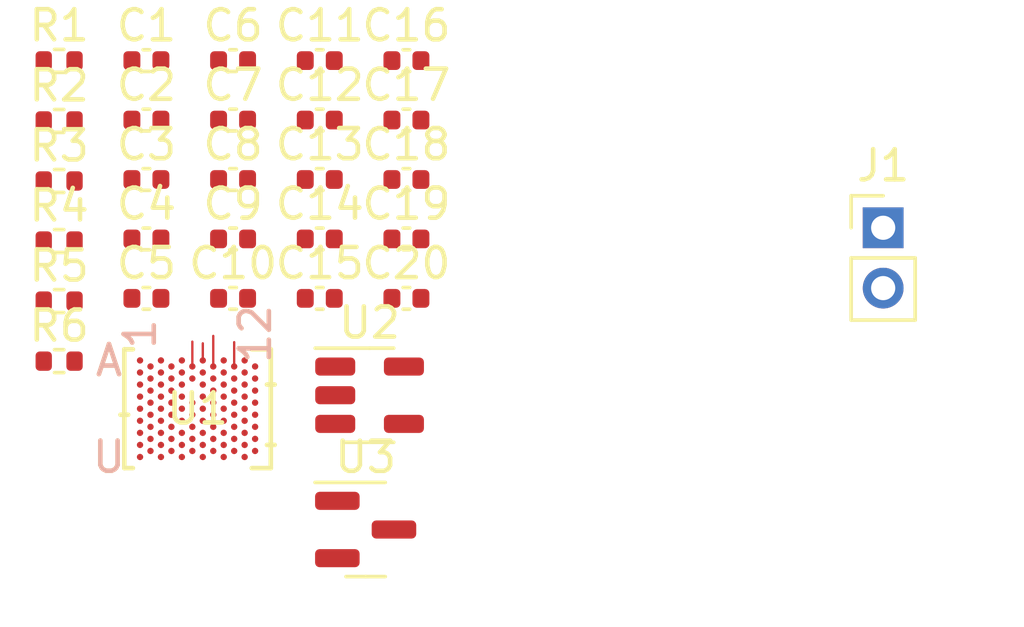
<source format=kicad_pcb>
(kicad_pcb (version 20221018) (generator pcbnew)
  (layers (0 "F.Cu" signal) (31 "B.Cu" signal) (34 "B.Paste" user) (35 "F.Paste" user) (36 "B.SilkS" user "B.Silkscreen") (37 "F.SilkS" user "F.Silkscreen") (38 "B.Mask" user) (39 "F.Mask" user) (44 "Edge.Cuts" user))
  (net 0 "")
  (net 1 "GND")
  (net 2 "+1V2")
  (net 3 "+3V3")
  (net 4 "Net-(U1B-VREFC)")
  (net 5 "Net-(U1B-FLLVDD)")
  (net 6 "/CS47L35 core/MIC_VDD")
  (net 7 "Net-(U1B-CP1C1A)")
  (net 8 "Net-(U1B-CP1C1B)")
  (net 9 "Net-(U1B-CP1C2A)")
  (net 10 "Net-(U1B-CP1C2B)")
  (net 11 "Net-(U1B-CP2CA)")
  (net 12 "Net-(U1B-CP2CB)")
  (net 13 "Net-(U1B-CP1VOUT1N)")
  (net 14 "Net-(U1B-CP1VOUT2N)")
  (net 15 "Net-(U1B-CP2VOUT)")
  (net 16 "Net-(U1B-CP1VOUT1P)")
  (net 17 "Net-(U1B-CP1VOUT2P)")
  (net 18 "Net-(U1B-AVDD1)")
  (net 19 "+1V8")
  (net 20 "/CS47L35 core/CIF2SDA")
  (net 21 "/CS47L35 core/CIF2SCLK")
  (net 22 "/~{IRQ}")
  (net 23 "Net-(U1A-MIF1SCLK{slash}GPIO16)")
  (net 24 "Net-(U1A-MIF1SDA{slash}GPIO07)")
  (net 25 "/CS47L35 core/MICBIAS1A")
  (net 26 "/CS47L35 core/MICBIAS1B")
  (net 27 "/CS47L35 core/EPOUTP")
  (net 28 "/CS47L35 core/HP_OUT_L")
  (net 29 "/CS47L35 core/MICBIAS2A")
  (net 30 "/CS47L35 core/HP_OUT_R")
  (net 31 "/CS47L35 core/IN1ARN{slash}DMICDAT1")
  (net 32 "/CS47L35 core/MICBIAS2B")
  (net 33 "/CS47L35 core/EPOUTN")
  (net 34 "/CS47L35 core/IN1ARP")
  (net 36 "/CS47L35 core/JACKDET1")
  (net 37 "/CS47L35 core/HP_OUT_B1")
  (net 38 "/CS47L35 core/IN2RN{slash}DMICDAT2")
  (net 39 "/CS47L35 core/IN1ALN{slash}DMICCLK")
  (net 40 "/CS47L35 core/HP_OUT_B2")
  (net 41 "/CS47L35 core/IN2RP")
  (net 42 "/CS47L35 core/GPSWP")
  (net 43 "/CS47L35 core/IN1BRP")
  (net 44 "/CS47L35 core/IN1ALP")
  (net 45 "/CS47L35 core/GPSWN")
  (net 46 "/CS47L35 core/IN1BRN")
  (net 47 "/CS47L35 core/IN2LN{slash}DMICCLK2")
  (net 49 "/~{RESET}")
  (net 50 "/CS47L35 core/JACKDET2")
  (net 51 "/CS47L35 core/IN1BLN")
  (net 54 "/CS47L35 core/IN2LP")
  (net 55 "/CS47L35 core/AIF2RXDAT")
  (net 56 "/CS47L35 core/JTAG_TDI")
  (net 57 "/CS47L35 core/~{CIF1SS}")
  (net 58 "/CS47L35 core/IN1BLP")
  (net 59 "/CS47L35 core/AIF2TXDAT")
  (net 60 "/CS47L35 core/JTAG_TDO")
  (net 61 "/CS47L35 core/CIF1MOSI")
  (net 62 "/CS47L35 core/CIF1SCLK")
  (net 63 "/CS47L35 core/SPKCLK")
  (net 64 "/CS47L35 core/AIF3TXDAT")
  (net 65 "/CS47L35 core/AIF2LRCLK")
  (net 66 "/CS47L35 core/JTAG_TRST")
  (net 67 "/CS47L35 core/CIF1MISO")
  (net 68 "/MCLK2")
  (net 69 "/CS47L35 core/SPKDAT")
  (net 70 "/CS47L35 core/AIF3LRCLK")
  (net 71 "/SLIMDAT")
  (net 72 "/CS47L35 core/SPKOUTN")
  (net 73 "/CS47L35 core/AIF3RXDAT")
  (net 74 "/CS47L35 core/AIF2BCLK")
  (net 75 "/CS47L35 core/AIF1RXDAT")
  (net 76 "/CS47L35 core/AIF3BCLK")
  (net 77 "/CS47L35 core/JTAG_TCK")
  (net 78 "/SLIMCLK")
  (net 79 "/CS47L35 core/AIF1LRCLK")
  (net 80 "/CS47L35 core/SPKOUTP")
  (net 81 "/MCLK1")
  (net 82 "/CS47L35 core/AIF1TXDAT")
  (net 83 "/CS47L35 core/AIF1BCLK")
  (net 85 "/I2C_0.CIF2SCLK")
  (net 86 "/I2C_0.CIF2SDA")
  (footprint "Package_TO_SOT_SMD:SOT-23-5" (layer "F.Cu") (at 63.7425 65.05)
    (fp_text reference "U2" (at 0 -2.4) (layer "F.SilkS"))
    (fp_text value "AP2127K-1.8TRG1")
    (fp_line (start 0 -1.56) (end -1.8 -1.56) (stroke (width 0.12)) (layer "F.SilkS"))
    (fp_line (start 0 -1.56) (end 0.8 -1.56) (stroke (width 0.12)) (layer "F.SilkS"))
    (fp_line (start 0 1.56) (end -0.8 1.56) (stroke (width 0.12)) (layer "F.SilkS"))
    (fp_line (start 0 1.56) (end 0.8 1.56) (stroke (width 0.12)) (layer "F.SilkS"))
    (pad "1" smd roundrect (at -1.1375 -0.95) (size 1.325 0.6) (layers "F.Cu" "F.Paste" "F.Mask") (net 3 "+3V3"))
    (pad "2" smd roundrect (at -1.1375 0) (size 1.325 0.6) (layers "F.Cu" "F.Paste" "F.Mask") (net 1 "GND"))
    (pad "3" smd roundrect (at -1.1375 0.95) (size 1.325 0.6) (layers "F.Cu" "F.Paste" "F.Mask") (net 3 "+3V3"))
    (pad "4" smd roundrect (at 1.1375 0.95) (size 1.325 0.6) (layers "F.Cu" "F.Paste" "F.Mask"))
    (pad "5" smd roundrect (at 1.1375 -0.95) (size 1.325 0.6) (layers "F.Cu" "F.Paste" "F.Mask") (net 19 "+1V8"))
  )
  (footprint "Capacitor_SMD:C_0402_1005Metric" (layer "F.Cu") (at 64.9625 55.93)
    (fp_text reference "C17" (at 0 -1.16) (layer "F.SilkS"))
    (fp_text value "100nf")
    (fp_line (start -0.107836 -0.36) (end 0.107836 -0.36) (stroke (width 0.12)) (layer "F.SilkS"))
    (fp_line (start -0.107836 0.36) (end 0.107836 0.36) (stroke (width 0.12)) (layer "F.SilkS"))
    (pad "1" smd roundrect (at -0.48 0) (size 0.56 0.62) (layers "F.Cu" "F.Paste" "F.Mask") (net 3 "+3V3"))
    (pad "2" smd roundrect (at 0.48 0) (size 0.56 0.62) (layers "F.Cu" "F.Paste" "F.Mask") (net 1 "GND"))
  )
  (footprint "Capacitor_SMD:C_0402_1005Metric" (layer "F.Cu") (at 56.3525 61.84)
    (fp_text reference "C5" (at 0 -1.16) (layer "F.SilkS"))
    (fp_text value "1uf")
    (fp_line (start -0.107836 -0.36) (end 0.107836 -0.36) (stroke (width 0.12)) (layer "F.SilkS"))
    (fp_line (start -0.107836 0.36) (end 0.107836 0.36) (stroke (width 0.12)) (layer "F.SilkS"))
    (pad "1" smd roundrect (at -0.48 0) (size 0.56 0.62) (layers "F.Cu" "F.Paste" "F.Mask") (net 1 "GND"))
    (pad "2" smd roundrect (at 0.48 0) (size 0.56 0.62) (layers "F.Cu" "F.Paste" "F.Mask") (net 5 "Net-(U1B-FLLVDD)"))
  )
  (footprint "Connector_PinHeader_2.00mm:PinHeader_1x02_P2.00mm_Vertical" (layer "F.Cu") (at 80.75 59.5)
    (fp_text reference "J1" (at 0 -2.06) (layer "F.SilkS"))
    (fp_text value "Conn_01x02")
    (fp_line (start -1.06 -1.06) (end 0 -1.06) (stroke (width 0.12)) (layer "F.SilkS"))
    (fp_line (start -1.06 0) (end -1.06 -1.06) (stroke (width 0.12)) (layer "F.SilkS"))
    (fp_line (start -1.06 1) (end -1.06 3.06) (stroke (width 0.12)) (layer "F.SilkS"))
    (fp_line (start -1.06 1) (end 1.06 1) (stroke (width 0.12)) (layer "F.SilkS"))
    (fp_line (start -1.06 3.06) (end 1.06 3.06) (stroke (width 0.12)) (layer "F.SilkS"))
    (fp_line (start 1.06 1) (end 1.06 3.06) (stroke (width 0.12)) (layer "F.SilkS"))
    (pad "1" thru_hole rect (at 0 0) (size 1.35 1.35) (drill 0.8) (layers "*.Cu" "*.Mask") (net 85 "/I2C_0.CIF2SCLK"))
    (pad "2" thru_hole oval (at 0 2) (size 1.35 1.35) (drill 0.8) (layers "*.Cu" "*.Mask") (net 86 "/I2C_0.CIF2SDA"))
  )
  (footprint "Part DB Footprints:BGA_CS47L35-CWZR_CIR" (layer "F.Cu") (at 58.0464 65.4967)
    (fp_text reference "U1" (at 0 0 unlocked) (layer "F.SilkS"))
    (fp_text value "CS47L35-CWZR‎ ")
    (fp_text user "1" (at -1.905201 -2.4765 90 unlocked) (layer "B.SilkS"))
    (fp_text user "A" (at -2.9337 -1.6 unlocked) (layer "B.SilkS"))
    (fp_text user "U" (at -2.9337 1.6 unlocked) (layer "B.SilkS"))
    (fp_text user "12" (at 1.905201 -2.4765 90 unlocked) (layer "B.SilkS"))
    (fp_text user "1" (at -1.905201 -2.4765 90 unlocked) (layer "F.SilkS"))
    (fp_text user "12" (at 1.905201 -2.4765 90 unlocked) (layer "F.SilkS"))
    (fp_text user "A" (at -2.9337 -1.6 unlocked) (layer "F.SilkS"))
    (fp_text user "U" (at -2.9337 1.6 unlocked) (layer "F.SilkS"))
    (fp_line (start -2.4257 -1.9685) (end -2.4257 1.9685) (stroke (width 0.1524)) (layer "F.SilkS"))
    (fp_line (start -2.4257 1.9685) (end -2.141101 1.9685) (stroke (width 0.1524)) (layer "F.SilkS"))
    (fp_line (start -2.2987 0.199898) (end -2.5527 0.199898) (stroke (width 0.1524)) (layer "F.SilkS"))
    (fp_line (start -2.141101 -1.9685) (end -2.4257 -1.9685) (stroke (width 0.1524)) (layer "F.SilkS"))
    (fp_line (start 1.794701 1.9685) (end 2.4257 1.9685) (stroke (width 0.1524)) (layer "F.SilkS"))
    (fp_line (start 2.2987 -0.8001) (end 2.5527 -0.8001) (stroke (width 0.1524)) (layer "F.SilkS"))
    (fp_line (start 2.2987 1.199896) (end 2.5527 1.199896) (stroke (width 0.1524)) (layer "F.SilkS"))
    (fp_line (start 2.4257 -1.9685) (end 1.794701 -1.9685) (stroke (width 0.1524)) (layer "F.SilkS"))
    (fp_line (start 2.4257 1.9685) (end 2.4257 -1.9685) (stroke (width 0.1524)) (layer "F.SilkS"))
    (pad "A1" smd circle (at -1.905201 -1.6) (size 0.2096 0.2096) (layers "F.Cu" "F.Paste" "F.Mask") (net 25 "/CS47L35 core/MICBIAS1A"))
    (pad "A3" smd circle (at -1.2124 -1.6) (size 0.2096 0.2096) (layers "F.Cu" "F.Paste" "F.Mask") (net 26 "/CS47L35 core/MICBIAS1B"))
    (pad "A5" smd circle (at -0.5196 -1.6) (size 0.2096 0.2096) (layers "F.Cu" "F.Paste" "F.Mask") (net 19 "+1V8"))
    (pad "A7" smd circle (at 0.1732 -1.6) (size 0.2096 0.2096) (layers "F.Cu" "F.Paste" "F.Mask") (net 14 "Net-(U1B-CP1VOUT2N)"))
    (pad "A9" smd circle (at 0.866 -1.6) (size 0.2096 0.2096) (layers "F.Cu" "F.Paste" "F.Mask") (net 27 "/CS47L35 core/EPOUTP"))
    (pad "A11" smd circle (at 1.558801 -1.6) (size 0.2096 0.2096) (layers "F.Cu" "F.Paste" "F.Mask") (net 28 "/CS47L35 core/HP_OUT_L"))
    (pad "B2" smd circle (at -1.5588 -1.4) (size 0.2096 0.2096) (layers "F.Cu" "F.Paste" "F.Mask") (net 29 "/CS47L35 core/MICBIAS2A"))
    (pad "B4" smd circle (at -0.866 -1.4) (size 0.2096 0.2096) (layers "F.Cu" "F.Paste" "F.Mask") (net 6 "/CS47L35 core/MIC_VDD"))
    (pad "B6" smd circle (at -0.1732 -1.4) (size 0.2096 0.2096) (layers "F.Cu" "F.Paste" "F.Mask") (net 1 "GND"))
    (pad "B8" smd circle (at 0.5196 -1.4) (size 0.2096 0.2096) (layers "F.Cu" "F.Paste" "F.Mask") (net 10 "Net-(U1B-CP1C2B)"))
    (pad "B10" smd circle (at 1.212401 -1.4) (size 0.2096 0.2096) (layers "F.Cu" "F.Paste" "F.Mask") (net 30 "/CS47L35 core/HP_OUT_R"))
    (pad "B12" smd circle (at 1.905201 -1.4) (size 0.2096 0.2096) (layers "F.Cu" "F.Paste" "F.Mask") (net 30 "/CS47L35 core/HP_OUT_R"))
    (pad "C1" smd circle (at -1.905201 -1.2) (size 0.2096 0.2096) (layers "F.Cu" "F.Paste" "F.Mask") (net 31 "/CS47L35 core/IN1ARN{slash}DMICDAT1"))
    (pad "C3" smd circle (at -1.2124 -1.2) (size 0.2096 0.2096) (layers "F.Cu" "F.Paste" "F.Mask") (net 32 "/CS47L35 core/MICBIAS2B"))
    (pad "C5" smd circle (at -0.5196 -1.2) (size 0.2096 0.2096) (layers "F.Cu" "F.Paste" "F.Mask") (net 9 "Net-(U1B-CP1C2A)"))
    (pad "C7" smd circle (at 0.1732 -1.2) (size 0.2096 0.2096) (layers "F.Cu" "F.Paste" "F.Mask") (net 2 "+1V2"))
    (pad "C9" smd circle (at 0.866 -1.2) (size 0.2096 0.2096) (layers "F.Cu" "F.Paste" "F.Mask") (net 33 "/CS47L35 core/EPOUTN"))
    (pad "C11" smd circle (at 1.558801 -1.2) (size 0.2096 0.2096) (layers "F.Cu" "F.Paste" "F.Mask") (net 28 "/CS47L35 core/HP_OUT_L"))
    (pad "D2" smd circle (at -1.5588 -1) (size 0.2096 0.2096) (layers "F.Cu" "F.Paste" "F.Mask") (net 34 "/CS47L35 core/IN1ARP"))
    (pad "D4" smd circle (at -0.866 -1) (size 0.2096 0.2096) (layers "F.Cu" "F.Paste" "F.Mask"))
    (pad "D6" smd circle (at -0.1732 -1) (size 0.2096 0.2096) (layers "F.Cu" "F.Paste" "F.Mask") (net 8 "Net-(U1B-CP1C1B)"))
    (pad "D8" smd circle (at 0.5196 -1) (size 0.2096 0.2096) (layers "F.Cu" "F.Paste" "F.Mask") (net 17 "Net-(U1B-CP1VOUT2P)"))
    (pad "D10" smd circle (at 1.212401 -1) (size 0.2096 0.2096) (layers "F.Cu" "F.Paste" "F.Mask") (net 36 "/CS47L35 core/JACKDET1"))
    (pad "D12" smd circle (at 1.905201 -1) (size 0.2096 0.2096) (layers "F.Cu" "F.Paste" "F.Mask") (net 37 "/CS47L35 core/HP_OUT_B1"))
    (pad "E1" smd circle (at -1.905201 -0.8) (size 0.2096 0.2096) (layers "F.Cu" "F.Paste" "F.Mask") (net 38 "/CS47L35 core/IN2RN{slash}DMICDAT2"))
    (pad "E3" smd circle (at -1.2124 -0.8) (size 0.2096 0.2096) (layers "F.Cu" "F.Paste" "F.Mask") (net 39 "/CS47L35 core/IN1ALN{slash}DMICCLK"))
    (pad "E5" smd circle (at -0.5196 -0.8) (size 0.2096 0.2096) (layers "F.Cu" "F.Paste" "F.Mask") (net 7 "Net-(U1B-CP1C1A)"))
    (pad "E7" smd circle (at 0.1732 -0.8) (size 0.2096 0.2096) (layers "F.Cu" "F.Paste" "F.Mask") (net 13 "Net-(U1B-CP1VOUT1N)"))
    (pad "E9" smd circle (at 0.866 -0.8) (size 0.2096 0.2096) (layers "F.Cu" "F.Paste" "F.Mask") (net 1 "GND"))
    (pad "E11" smd circle (at 1.558801 -0.8) (size 0.2096 0.2096) (layers "F.Cu" "F.Paste" "F.Mask") (net 40 "/CS47L35 core/HP_OUT_B2"))
    (pad "F2" smd circle (at -1.5588 -0.6) (size 0.2096 0.2096) (layers "F.Cu" "F.Paste" "F.Mask") (net 41 "/CS47L35 core/IN2RP"))
    (pad "F4" smd circle (at -0.866 -0.6) (size 0.2096 0.2096) (layers "F.Cu" "F.Paste" "F.Mask") (net 15 "Net-(U1B-CP2VOUT)"))
    (pad "F8" smd circle (at 0.5196 -0.6) (size 0.2096 0.2096) (layers "F.Cu" "F.Paste" "F.Mask") (net 16 "Net-(U1B-CP1VOUT1P)"))
    (pad "F10" smd circle (at 1.212401 -0.6) (size 0.2096 0.2096) (layers "F.Cu" "F.Paste" "F.Mask") (net 42 "/CS47L35 core/GPSWP"))
    (pad "F12" smd circle (at 1.905201 -0.6) (size 0.2096 0.2096) (layers "F.Cu" "F.Paste" "F.Mask") (net 18 "Net-(U1B-AVDD1)"))
    (pad "G1" smd circle (at -1.905201 -0.4) (size 0.2096 0.2096) (layers "F.Cu" "F.Paste" "F.Mask") (net 43 "/CS47L35 core/IN1BRP"))
    (pad "G3" smd circle (at -1.2124 -0.4) (size 0.2096 0.2096) (layers "F.Cu" "F.Paste" "F.Mask") (net 44 "/CS47L35 core/IN1ALP"))
    (pad "G5" smd circle (at -0.5196 -0.4) (size 0.2096 0.2096) (layers "F.Cu" "F.Paste" "F.Mask") (net 12 "Net-(U1B-CP2CB)"))
    (pad "G7" smd circle (at 0.1732 -0.4) (size 0.2096 0.2096) (layers "F.Cu" "F.Paste" "F.Mask") (net 11 "Net-(U1B-CP2CA)"))
    (pad "G9" smd circle (at 0.866 -0.4) (size 0.2096 0.2096) (layers "F.Cu" "F.Paste" "F.Mask") (net 45 "/CS47L35 core/GPSWN"))
    (pad "G11" smd circle (at 1.558801 -0.4) (size 0.2096 0.2096) (layers "F.Cu" "F.Paste" "F.Mask") (net 1 "GND"))
    (pad "H2" smd circle (at -1.5588 -0.2) (size 0.2096 0.2096) (layers "F.Cu" "F.Paste" "F.Mask") (net 46 "/CS47L35 core/IN1BRN"))
    (pad "H4" smd circle (at -0.866 -0.2) (size 0.2096 0.2096) (layers "F.Cu" "F.Paste" "F.Mask") (net 47 "/CS47L35 core/IN2LN{slash}DMICCLK2"))
    (pad "H6" smd circle (at -0.1732 -0.2) (size 0.2096 0.2096) (layers "F.Cu" "F.Paste" "F.Mask"))
    (pad "H8" smd circle (at 0.5196 -0.2) (size 0.2096 0.2096) (layers "F.Cu" "F.Paste" "F.Mask") (net 49 "/~{RESET}"))
    (pad "H10" smd circle (at 1.212401 -0.2) (size 0.2096 0.2096) (layers "F.Cu" "F.Paste" "F.Mask") (net 50 "/CS47L35 core/JACKDET2"))
    (pad "H12" smd circle (at 1.905201 -0.2) (size 0.2096 0.2096) (layers "F.Cu" "F.Paste" "F.Mask") (net 1 "GND"))
    (pad "J1" smd circle (at -1.905201 0) (size 0.2096 0.2096) (layers "F.Cu" "F.Paste" "F.Mask") (net 4 "Net-(U1B-VREFC)"))
    (pad "J3" smd circle (at -1.2124 0) (size 0.2096 0.2096) (layers "F.Cu" "F.Paste" "F.Mask") (net 51 "/CS47L35 core/IN1BLN"))
    (pad "J5" smd circle (at -0.5196 0) (size 0.2096 0.2096) (layers "F.Cu" "F.Paste" "F.Mask"))
    (pad "J7" smd circle (at 0.1732 0) (size 0.2096 0.2096) (layers "F.Cu" "F.Paste" "F.Mask"))
    (pad "J9" smd circle (at 0.866 0) (size 0.2096 0.2096) (layers "F.Cu" "F.Paste" "F.Mask") (net 22 "/~{IRQ}"))
    (pad "J11" smd circle (at 1.558801 0) (size 0.2096 0.2096) (layers "F.Cu" "F.Paste" "F.Mask") (net 1 "GND"))
    (pad "K2" smd circle (at -1.5588 0.2) (size 0.2096 0.2096) (layers "F.Cu" "F.Paste" "F.Mask") (net 18 "Net-(U1B-AVDD1)"))
    (pad "K4" smd circle (at -0.866 0.2) (size 0.2096 0.2096) (layers "F.Cu" "F.Paste" "F.Mask") (net 54 "/CS47L35 core/IN2LP"))
    (pad "K6" smd circle (at -0.1732 0.2) (size 0.2096 0.2096) (layers "F.Cu" "F.Paste" "F.Mask") (net 55 "/CS47L35 core/AIF2RXDAT"))
    (pad "K8" smd circle (at 0.5196 0.2) (size 0.2096 0.2096) (layers "F.Cu" "F.Paste" "F.Mask") (net 56 "/CS47L35 core/JTAG_TDI"))
    (pad "K10" smd circle (at 1.212401 0.2) (size 0.2096 0.2096) (layers "F.Cu" "F.Paste" "F.Mask") (net 57 "/CS47L35 core/~{CIF1SS}"))
    (pad "K12" smd circle (at 1.905201 0.2) (size 0.2096 0.2096) (layers "F.Cu" "F.Paste" "F.Mask") (net 5 "Net-(U1B-FLLVDD)"))
    (pad "L1" smd circle (at -1.905201 0.4) (size 0.2096 0.2096) (layers "F.Cu" "F.Paste" "F.Mask") (net 1 "GND"))
    (pad "L3" smd circle (at -1.2124 0.4) (size 0.2096 0.2096) (layers "F.Cu" "F.Paste" "F.Mask") (net 58 "/CS47L35 core/IN1BLP"))
    (pad "L5" smd circle (at -0.5196 0.4) (size 0.2096 0.2096) (layers "F.Cu" "F.Paste" "F.Mask") (net 59 "/CS47L35 core/AIF2TXDAT"))
    (pad "L7" smd circle (at 0.1732 0.4) (size 0.2096 0.2096) (layers "F.Cu" "F.Paste" "F.Mask") (net 60 "/CS47L35 core/JTAG_TDO"))
    (pad "L9" smd circle (at 0.866 0.4) (size 0.2096 0.2096) (layers "F.Cu" "F.Paste" "F.Mask") (net 61 "/CS47L35 core/CIF1MOSI"))
    (pad "L11" smd circle (at 1.558801 0.4) (size 0.2096 0.2096) (layers "F.Cu" "F.Paste" "F.Mask") (net 62 "/CS47L35 core/CIF1SCLK"))
    (pad "M2" smd circle (at -1.5588 0.6) (size 0.2096 0.2096) (layers "F.Cu" "F.Paste" "F.Mask") (net 63 "/CS47L35 core/SPKCLK"))
    (pad "M4" smd circle (at -0.866 0.6) (size 0.2096 0.2096) (layers "F.Cu" "F.Paste" "F.Mask") (net 64 "/CS47L35 core/AIF3TXDAT"))
    (pad "M6" smd circle (at -0.1732 0.6) (size 0.2096 0.2096) (layers "F.Cu" "F.Paste" "F.Mask") (net 65 "/CS47L35 core/AIF2LRCLK"))
    (pad "M8" smd circle (at 0.5196 0.6) (size 0.2096 0.2096) (layers "F.Cu" "F.Paste" "F.Mask") (net 66 "/CS47L35 core/JTAG_TRST"))
    (pad "M10" smd circle (at 1.212401 0.6) (size 0.2096 0.2096) (layers "F.Cu" "F.Paste" "F.Mask") (net 67 "/CS47L35 core/CIF1MISO"))
    (pad "M12" smd circle (at 1.905201 0.6) (size 0.2096 0.2096) (layers "F.Cu" "F.Paste" "F.Mask") (net 68 "/MCLK2"))
    (pad "N1" smd circle (at -1.905201 0.8) (size 0.2096 0.2096) (layers "F.Cu" "F.Paste" "F.Mask") (net 1 "GND"))
    (pad "N3" smd circle (at -1.2124 0.8) (size 0.2096 0.2096) (layers "F.Cu" "F.Paste" "F.Mask") (net 69 "/CS47L35 core/SPKDAT"))
    (pad "N5" smd circle (at -0.5196 0.8) (size 0.2096 0.2096) (layers "F.Cu" "F.Paste" "F.Mask") (net 70 "/CS47L35 core/AIF3LRCLK"))
    (pad "N7" smd circle (at 0.1732 0.8) (size 0.2096 0.2096) (layers "F.Cu" "F.Paste" "F.Mask") (net 56 "/CS47L35 core/JTAG_TDI"))
    (pad "N9" smd circle (at 0.866 0.8) (size 0.2096 0.2096) (layers "F.Cu" "F.Paste" "F.Mask") (net 71 "/SLIMDAT"))
    (pad "N11" smd circle (at 1.558801 0.8) (size 0.2096 0.2096) (layers "F.Cu" "F.Paste" "F.Mask") (net 20 "/CS47L35 core/CIF2SDA"))
    (pad "P2" smd circle (at -1.5588 1) (size 0.2096 0.2096) (layers "F.Cu" "F.Paste" "F.Mask") (net 72 "/CS47L35 core/SPKOUTN"))
    (pad "P4" smd circle (at -0.866 1) (size 0.2096 0.2096) (layers "F.Cu" "F.Paste" "F.Mask") (net 73 "/CS47L35 core/AIF3RXDAT"))
    (pad "P6" smd circle (at -0.1732 1) (size 0.2096 0.2096) (layers "F.Cu" "F.Paste" "F.Mask") (net 74 "/CS47L35 core/AIF2BCLK"))
    (pad "P8" smd circle (at 0.5196 1) (size 0.2096 0.2096) (layers "F.Cu" "F.Paste" "F.Mask") (net 24 "Net-(U1A-MIF1SDA{slash}GPIO07)"))
    (pad "P10" smd circle (at 1.212401 1) (size 0.2096 0.2096) (layers "F.Cu" "F.Paste" "F.Mask") (net 75 "/CS47L35 core/AIF1RXDAT"))
    (pad "P12" smd circle (at 1.905201 1) (size 0.2096 0.2096) (layers "F.Cu" "F.Paste" "F.Mask") (net 21 "/CS47L35 core/CIF2SCLK"))
    (pad "R1" smd circle (at -1.905201 1.2) (size 0.2096 0.2096) (layers "F.Cu" "F.Paste" "F.Mask") (net 3 "+3V3"))
    (pad "R3" smd circle (at -1.2124 1.2) (size 0.2096 0.2096) (layers "F.Cu" "F.Paste" "F.Mask") (net 1 "GND"))
    (pad "R5" smd circle (at -0.5196 1.2) (size 0.2096 0.2096) (layers "F.Cu" "F.Paste" "F.Mask") (net 76 "/CS47L35 core/AIF3BCLK"))
    (pad "R7" smd circle (at 0.1732 1.2) (size 0.2096 0.2096) (layers "F.Cu" "F.Paste" "F.Mask") (net 77 "/CS47L35 core/JTAG_TCK"))
    (pad "R9" smd circle (at 0.866 1.2) (size 0.2096 0.2096) (layers "F.Cu" "F.Paste" "F.Mask") (net 78 "/SLIMCLK"))
    (pad "R11" smd circle (at 1.558801 1.2) (size 0.2096 0.2096) (layers "F.Cu" "F.Paste" "F.Mask") (net 79 "/CS47L35 core/AIF1LRCLK"))
    (pad "T2" smd circle (at -1.5588 1.4) (size 0.2096 0.2096) (layers "F.Cu" "F.Paste" "F.Mask") (net 80 "/CS47L35 core/SPKOUTP"))
    (pad "T4" smd circle (at -0.866 1.4) (size 0.2096 0.2096) (layers "F.Cu" "F.Paste" "F.Mask") (net 1 "GND"))
    (pad "T6" smd circle (at -0.1732 1.4) (size 0.2096 0.2096) (layers "F.Cu" "F.Paste" "F.Mask") (net 81 "/MCLK1"))
    (pad "T8" smd circle (at 0.5196 1.4) (size 0.2096 0.2096) (layers "F.Cu" "F.Paste" "F.Mask") (net 23 "Net-(U1A-MIF1SCLK{slash}GPIO16)"))
    (pad "T10" smd circle (at 1.212401 1.4) (size 0.2096 0.2096) (layers "F.Cu" "F.Paste" "F.Mask") (net 82 "/CS47L35 core/AIF1TXDAT"))
    (pad "T12" smd circle (at 1.905201 1.4) (size 0.2096 0.2096) (layers "F.Cu" "F.Paste" "F.Mask") (net 83 "/CS47L35 core/AIF1BCLK"))
    (pad "U1" smd circle (at -1.905201 1.6) (size 0.2096 0.2096) (layers "F.Cu" "F.Paste" "F.Mask") (net 3 "+3V3"))
    (pad "U3" smd circle (at -1.2124 1.6) (size 0.2096 0.2096) (layers "F.Cu" "F.Paste" "F.Mask") (net 1 "GND"))
    (pad "U5" smd circle (at -0.5196 1.6) (size 0.2096 0.2096) (layers "F.Cu" "F.Paste" "F.Mask") (net 3 "+3V3"))
    (pad "U7" smd circle (at 0.1732 1.6) (size 0.2096 0.2096) (layers "F.Cu" "F.Paste" "F.Mask") (net 2 "+1V2"))
    (pad "U9" smd circle (at 0.866 1.6) (size 0.2096 0.2096) (layers "F.Cu" "F.Paste" "F.Mask") (net 1 "GND"))
    (pad "U11" smd circle (at 1.558801 1.6) (size 0.2096 0.2096) (layers "F.Cu" "F.Paste" "F.Mask") (net 3 "+3V3"))
  )
  (footprint "Capacitor_SMD:C_0402_1005Metric" (layer "F.Cu") (at 64.9625 57.9)
    (fp_text reference "C18" (at 0 -1.16) (layer "F.SilkS"))
    (fp_text value "1uf")
    (fp_line (start -0.107836 -0.36) (end 0.107836 -0.36) (stroke (width 0.12)) (layer "F.SilkS"))
    (fp_line (start -0.107836 0.36) (end 0.107836 0.36) (stroke (width 0.12)) (layer "F.SilkS"))
    (pad "1" smd roundrect (at -0.48 0) (size 0.56 0.62) (layers "F.Cu" "F.Paste" "F.Mask") (net 1 "GND"))
    (pad "2" smd roundrect (at 0.48 0) (size 0.56 0.62) (layers "F.Cu" "F.Paste" "F.Mask") (net 18 "Net-(U1B-AVDD1)"))
  )
  (footprint "Resistor_SMD:R_0402_1005Metric" (layer "F.Cu") (at 53.4625 59.94)
    (fp_text reference "R4" (at 0 -1.17) (layer "F.SilkS"))
    (fp_text value "10k")
    (fp_line (start -0.153641 -0.38) (end 0.153641 -0.38) (stroke (width 0.12)) (layer "F.SilkS"))
    (fp_line (start -0.153641 0.38) (end 0.153641 0.38) (stroke (width 0.12)) (layer "F.SilkS"))
    (pad "1" smd roundrect (at -0.51 0) (size 0.54 0.64) (layers "F.Cu" "F.Paste" "F.Mask") (net 19 "+1V8"))
    (pad "2" smd roundrect (at 0.51 0) (size 0.54 0.64) (layers "F.Cu" "F.Paste" "F.Mask") (net 23 "Net-(U1A-MIF1SCLK{slash}GPIO16)"))
  )
  (footprint "Resistor_SMD:R_0402_1005Metric" (layer "F.Cu") (at 53.4625 63.92)
    (fp_text reference "R6" (at 0 -1.17) (layer "F.SilkS"))
    (fp_text value "4.7")
    (fp_line (start -0.153641 -0.38) (end 0.153641 -0.38) (stroke (width 0.12)) (layer "F.SilkS"))
    (fp_line (start -0.153641 0.38) (end 0.153641 0.38) (stroke (width 0.12)) (layer "F.SilkS"))
    (pad "1" smd roundrect (at -0.51 0) (size 0.54 0.64) (layers "F.Cu" "F.Paste" "F.Mask") (net 2 "+1V2"))
    (pad "2" smd roundrect (at 0.51 0) (size 0.54 0.64) (layers "F.Cu" "F.Paste" "F.Mask") (net 5 "Net-(U1B-FLLVDD)"))
  )
  (footprint "Capacitor_SMD:C_0402_1005Metric" (layer "F.Cu") (at 62.0925 57.9)
    (fp_text reference "C13" (at 0 -1.16) (layer "F.SilkS"))
    (fp_text value "4.7uf")
    (fp_line (start -0.107836 -0.36) (end 0.107836 -0.36) (stroke (width 0.12)) (layer "F.SilkS"))
    (fp_line (start -0.107836 0.36) (end 0.107836 0.36) (stroke (width 0.12)) (layer "F.SilkS"))
    (pad "1" smd roundrect (at -0.48 0) (size 0.56 0.62) (layers "F.Cu" "F.Paste" "F.Mask") (net 15 "Net-(U1B-CP2VOUT)"))
    (pad "2" smd roundrect (at 0.48 0) (size 0.56 0.62) (layers "F.Cu" "F.Paste" "F.Mask") (net 1 "GND"))
  )
  (footprint "Package_TO_SOT_SMD:SOT-23" (layer "F.Cu") (at 63.6125 69.5)
    (fp_text reference "U3" (at 0 -2.4) (layer "F.SilkS"))
    (fp_text value "MCP1700x-300xxTT")
    (fp_line (start 0 -1.56) (end -1.675 -1.56) (stroke (width 0.12)) (layer "F.SilkS"))
    (fp_line (start 0 -1.56) (end 0.65 -1.56) (stroke (width 0.12)) (layer "F.SilkS"))
    (fp_line (start 0 1.56) (end -0.65 1.56) (stroke (width 0.12)) (layer "F.SilkS"))
    (fp_line (start 0 1.56) (end 0.65 1.56) (stroke (width 0.12)) (layer "F.SilkS"))
    (pad "1" smd roundrect (at -0.9375 -0.95) (size 1.475 0.6) (layers "F.Cu" "F.Paste" "F.Mask") (net 1 "GND"))
    (pad "2" smd roundrect (at -0.9375 0.95) (size 1.475 0.6) (layers "F.Cu" "F.Paste" "F.Mask") (net 2 "+1V2"))
    (pad "3" smd roundrect (at 0.9375 0) (size 1.475 0.6) (layers "F.Cu" "F.Paste" "F.Mask") (net 19 "+1V8"))
  )
  (footprint "Capacitor_SMD:C_0402_1005Metric" (layer "F.Cu") (at 56.3525 53.96)
    (fp_text reference "C1" (at 0 -1.16) (layer "F.SilkS"))
    (fp_text value "4.7uf")
    (fp_line (start -0.107836 -0.36) (end 0.107836 -0.36) (stroke (width 0.12)) (layer "F.SilkS"))
    (fp_line (start -0.107836 0.36) (end 0.107836 0.36) (stroke (width 0.12)) (layer "F.SilkS"))
    (pad "1" smd roundrect (at -0.48 0) (size 0.56 0.62) (layers "F.Cu" "F.Paste" "F.Mask") (net 1 "GND"))
    (pad "2" smd roundrect (at 0.48 0) (size 0.56 0.62) (layers "F.Cu" "F.Paste" "F.Mask") (net 2 "+1V2"))
  )
  (footprint "Capacitor_SMD:C_0402_1005Metric" (layer "F.Cu") (at 59.2225 53.96)
    (fp_text reference "C6" (at 0 -1.16) (layer "F.SilkS"))
    (fp_text value "4.7uf")
    (fp_line (start -0.107836 -0.36) (end 0.107836 -0.36) (stroke (width 0.12)) (layer "F.SilkS"))
    (fp_line (start -0.107836 0.36) (end 0.107836 0.36) (stroke (width 0.12)) (layer "F.SilkS"))
    (pad "1" smd roundrect (at -0.48 0) (size 0.56 0.62) (layers "F.Cu" "F.Paste" "F.Mask") (net 1 "GND"))
    (pad "2" smd roundrect (at 0.48 0) (size 0.56 0.62) (layers "F.Cu" "F.Paste" "F.Mask") (net 3 "+3V3"))
  )
  (footprint "Resistor_SMD:R_0402_1005Metric" (layer "F.Cu") (at 53.4625 57.95)
    (fp_text reference "R3" (at 0 -1.17) (layer "F.SilkS"))
    (fp_text value "100k")
    (fp_line (start -0.153641 -0.38) (end 0.153641 -0.38) (stroke (width 0.12)) (layer "F.SilkS"))
    (fp_line (start -0.153641 0.38) (end 0.153641 0.38) (stroke (width 0.12)) (layer "F.SilkS"))
    (pad "1" smd roundrect (at -0.51 0) (size 0.54 0.64) (layers "F.Cu" "F.Paste" "F.Mask") (net 19 "+1V8"))
    (pad "2" smd roundrect (at 0.51 0) (size 0.54 0.64) (layers "F.Cu" "F.Paste" "F.Mask") (net 22 "/~{IRQ}"))
  )
  (footprint "Capacitor_SMD:C_0402_1005Metric" (layer "F.Cu") (at 62.0925 55.93)
    (fp_text reference "C12" (at 0 -1.16) (layer "F.SilkS"))
    (fp_text value "4.7uf")
    (fp_line (start -0.107836 -0.36) (end 0.107836 -0.36) (stroke (width 0.12)) (layer "F.SilkS"))
    (fp_line (start -0.107836 0.36) (end 0.107836 0.36) (stroke (width 0.12)) (layer "F.SilkS"))
    (pad "1" smd roundrect (at -0.48 0) (size 0.56 0.62) (layers "F.Cu" "F.Paste" "F.Mask") (net 14 "Net-(U1B-CP1VOUT2N)"))
    (pad "2" smd roundrect (at 0.48 0) (size 0.56 0.62) (layers "F.Cu" "F.Paste" "F.Mask") (net 1 "GND"))
  )
  (footprint "Capacitor_SMD:C_0402_1005Metric" (layer "F.Cu") (at 56.3525 59.87)
    (fp_text reference "C4" (at 0 -1.16) (layer "F.SilkS"))
    (fp_text value "2.2uf")
    (fp_line (start -0.107836 -0.36) (end 0.107836 -0.36) (stroke (width 0.12)) (layer "F.SilkS"))
    (fp_line (start -0.107836 0.36) (end 0.107836 0.36) (stroke (width 0.12)) (layer "F.SilkS"))
    (pad "1" smd roundrect (at -0.48 0) (size 0.56 0.62) (layers "F.Cu" "F.Paste" "F.Mask") (net 1 "GND"))
    (pad "2" smd roundrect (at 0.48 0) (size 0.56 0.62) (layers "F.Cu" "F.Paste" "F.Mask") (net 4 "Net-(U1B-VREFC)"))
  )
  (footprint "Resistor_SMD:R_0402_1005Metric" (layer "F.Cu") (at 53.4625 55.96)
    (fp_text reference "R2" (at 0 -1.17) (layer "F.SilkS"))
    (fp_text value "10k")
    (fp_line (start -0.153641 -0.38) (end 0.153641 -0.38) (stroke (width 0.12)) (layer "F.SilkS"))
    (fp_line (start -0.153641 0.38) (end 0.153641 0.38) (stroke (width 0.12)) (layer "F.SilkS"))
    (pad "1" smd roundrect (at -0.51 0) (size 0.54 0.64) (layers "F.Cu" "F.Paste" "F.Mask") (net 19 "+1V8"))
    (pad "2" smd roundrect (at 0.51 0) (size 0.54 0.64) (layers "F.Cu" "F.Paste" "F.Mask") (net 21 "/CS47L35 core/CIF2SCLK"))
  )
  (footprint "Capacitor_SMD:C_0402_1005Metric" (layer "F.Cu") (at 62.0925 53.96)
    (fp_text reference "C11" (at 0 -1.16) (layer "F.SilkS"))
    (fp_text value "4.7uf")
    (fp_line (start -0.107836 -0.36) (end 0.107836 -0.36) (stroke (width 0.12)) (layer "F.SilkS"))
    (fp_line (start -0.107836 0.36) (end 0.107836 0.36) (stroke (width 0.12)) (layer "F.SilkS"))
    (pad "1" smd roundrect (at -0.48 0) (size 0.56 0.62) (layers "F.Cu" "F.Paste" "F.Mask") (net 13 "Net-(U1B-CP1VOUT1N)"))
    (pad "2" smd roundrect (at 0.48 0) (size 0.56 0.62) (layers "F.Cu" "F.Paste" "F.Mask") (net 1 "GND"))
  )
  (footprint "Capacitor_SMD:C_0402_1005Metric" (layer "F.Cu") (at 59.2225 61.84)
    (fp_text reference "C10" (at 0 -1.16) (layer "F.SilkS"))
    (fp_text value "2.2uf")
    (fp_line (start -0.107836 -0.36) (end 0.107836 -0.36) (stroke (width 0.12)) (layer "F.SilkS"))
    (fp_line (start -0.107836 0.36) (end 0.107836 0.36) (stroke (width 0.12)) (layer "F.SilkS"))
    (pad "1" smd roundrect (at -0.48 0) (size 0.56 0.62) (layers "F.Cu" "F.Paste" "F.Mask") (net 11 "Net-(U1B-CP2CA)"))
    (pad "2" smd roundrect (at 0.48 0) (size 0.56 0.62) (layers "F.Cu" "F.Paste" "F.Mask") (net 12 "Net-(U1B-CP2CB)"))
  )
  (footprint "Capacitor_SMD:C_0402_1005Metric" (layer "F.Cu") (at 56.3525 57.9)
    (fp_text reference "C3" (at 0 -1.16) (layer "F.SilkS"))
    (fp_text value "4.7uf")
    (fp_line (start -0.107836 -0.36) (end 0.107836 -0.36) (stroke (width 0.12)) (layer "F.SilkS"))
    (fp_line (start -0.107836 0.36) (end 0.107836 0.36) (stroke (width 0.12)) (layer "F.SilkS"))
    (pad "1" smd roundrect (at -0.48 0) (size 0.56 0.62) (layers "F.Cu" "F.Paste" "F.Mask") (net 1 "GND"))
    (pad "2" smd roundrect (at 0.48 0) (size 0.56 0.62) (layers "F.Cu" "F.Paste" "F.Mask") (net 3 "+3V3"))
  )
  (footprint "Resistor_SMD:R_0402_1005Metric" (layer "F.Cu") (at 53.4625 53.97)
    (fp_text reference "R1" (at 0 -1.17) (layer "F.SilkS"))
    (fp_text value "10k")
    (fp_line (start -0.153641 -0.38) (end 0.153641 -0.38) (stroke (width 0.12)) (layer "F.SilkS"))
    (fp_line (start -0.153641 0.38) (end 0.153641 0.38) (stroke (width 0.12)) (layer "F.SilkS"))
    (pad "1" smd roundrect (at -0.51 0) (size 0.54 0.64) (layers "F.Cu" "F.Paste" "F.Mask") (net 19 "+1V8"))
    (pad "2" smd roundrect (at 0.51 0) (size 0.54 0.64) (layers "F.Cu" "F.Paste" "F.Mask") (net 20 "/CS47L35 core/CIF2SDA"))
  )
  (footprint "Capacitor_SMD:C_0402_1005Metric" (layer "F.Cu") (at 59.2225 59.87)
    (fp_text reference "C9" (at 0 -1.16) (layer "F.SilkS"))
    (fp_text value "470nf")
    (fp_line (start -0.107836 -0.36) (end 0.107836 -0.36) (stroke (width 0.12)) (layer "F.SilkS"))
    (fp_line (start -0.107836 0.36) (end 0.107836 0.36) (stroke (width 0.12)) (layer "F.SilkS"))
    (pad "1" smd roundrect (at -0.48 0) (size 0.56 0.62) (layers "F.Cu" "F.Paste" "F.Mask") (net 9 "Net-(U1B-CP1C2A)"))
    (pad "2" smd roundrect (at 0.48 0) (size 0.56 0.62) (layers "F.Cu" "F.Paste" "F.Mask") (net 10 "Net-(U1B-CP1C2B)"))
  )
  (footprint "Capacitor_SMD:C_0402_1005Metric" (layer "F.Cu") (at 64.9625 61.84)
    (fp_text reference "C20" (at 0 -1.16) (layer "F.SilkS"))
    (fp_text value "4.7uf")
    (fp_line (start -0.107836 -0.36) (end 0.107836 -0.36) (stroke (width 0.12)) (layer "F.SilkS"))
    (fp_line (start -0.107836 0.36) (end 0.107836 0.36) (stroke (width 0.12)) (layer "F.SilkS"))
    (pad "1" smd roundrect (at -0.48 0) (size 0.56 0.62) (layers "F.Cu" "F.Paste" "F.Mask") (net 19 "+1V8"))
    (pad "2" smd roundrect (at 0.48 0) (size 0.56 0.62) (layers "F.Cu" "F.Paste" "F.Mask") (net 1 "GND"))
  )
  (footprint "Capacitor_SMD:C_0402_1005Metric" (layer "F.Cu") (at 64.9625 53.96)
    (fp_text reference "C16" (at 0 -1.16) (layer "F.SilkS"))
    (fp_text value "100nf")
    (fp_line (start -0.107836 -0.36) (end 0.107836 -0.36) (stroke (width 0.12)) (layer "F.SilkS"))
    (fp_line (start -0.107836 0.36) (end 0.107836 0.36) (stroke (width 0.12)) (layer "F.SilkS"))
    (pad "1" smd roundrect (at -0.48 0) (size 0.56 0.62) (layers "F.Cu" "F.Paste" "F.Mask") (net 3 "+3V3"))
    (pad "2" smd roundrect (at 0.48 0) (size 0.56 0.62) (layers "F.Cu" "F.Paste" "F.Mask") (net 1 "GND"))
  )
  (footprint "Resistor_SMD:R_0402_1005Metric" (layer "F.Cu") (at 53.4625 61.93)
    (fp_text reference "R5" (at 0 -1.17) (layer "F.SilkS"))
    (fp_text value "10k")
    (fp_line (start -0.153641 -0.38) (end 0.153641 -0.38) (stroke (width 0.12)) (layer "F.SilkS"))
    (fp_line (start -0.153641 0.38) (end 0.153641 0.38) (stroke (width 0.12)) (layer "F.SilkS"))
    (pad "1" smd roundrect (at -0.51 0) (size 0.54 0.64) (layers "F.Cu" "F.Paste" "F.Mask") (net 19 "+1V8"))
    (pad "2" smd roundrect (at 0.51 0) (size 0.54 0.64) (layers "F.Cu" "F.Paste" "F.Mask") (net 24 "Net-(U1A-MIF1SDA{slash}GPIO07)"))
  )
  (footprint "Capacitor_SMD:C_0402_1005Metric" (layer "F.Cu") (at 64.9625 59.87)
    (fp_text reference "C19" (at 0 -1.16) (layer "F.SilkS"))
    (fp_text value "1uf")
    (fp_line (start -0.107836 -0.36) (end 0.107836 -0.36) (stroke (width 0.12)) (layer "F.SilkS"))
    (fp_line (start -0.107836 0.36) (end 0.107836 0.36) (stroke (width 0.12)) (layer "F.SilkS"))
    (pad "1" smd roundrect (at -0.48 0) (size 0.56 0.62) (layers "F.Cu" "F.Paste" "F.Mask") (net 1 "GND"))
    (pad "2" smd roundrect (at 0.48 0) (size 0.56 0.62) (layers "F.Cu" "F.Paste" "F.Mask") (net 18 "Net-(U1B-AVDD1)"))
  )
  (footprint "Capacitor_SMD:C_0402_1005Metric" (layer "F.Cu") (at 62.0925 61.84)
    (fp_text reference "C15" (at 0 -1.16) (layer "F.SilkS"))
    (fp_text value "4.7uf")
    (fp_line (start -0.107836 -0.36) (end 0.107836 -0.36) (stroke (width 0.12)) (layer "F.SilkS"))
    (fp_line (start -0.107836 0.36) (end 0.107836 0.36) (stroke (width 0.12)) (layer "F.SilkS"))
    (pad "1" smd roundrect (at -0.48 0) (size 0.56 0.62) (layers "F.Cu" "F.Paste" "F.Mask") (net 17 "Net-(U1B-CP1VOUT2P)"))
    (pad "2" smd roundrect (at 0.48 0) (size 0.56 0.62) (layers "F.Cu" "F.Paste" "F.Mask") (net 1 "GND"))
  )
  (footprint "Capacitor_SMD:C_0402_1005Metric" (layer "F.Cu") (at 62.0925 59.87)
    (fp_text reference "C14" (at 0 -1.16) (layer "F.SilkS"))
    (fp_text value "4.7uf")
    (fp_line (start -0.107836 -0.36) (end 0.107836 -0.36) (stroke (width 0.12)) (layer "F.SilkS"))
    (fp_line (start -0.107836 0.36) (end 0.107836 0.36) (stroke (width 0.12)) (layer "F.SilkS"))
    (pad "1" smd roundrect (at -0.48 0) (size 0.56 0.62) (layers "F.Cu" "F.Paste" "F.Mask") (net 16 "Net-(U1B-CP1VOUT1P)"))
    (pad "2" smd roundrect (at 0.48 0) (size 0.56 0.62) (layers "F.Cu" "F.Paste" "F.Mask") (net 1 "GND"))
  )
  (footprint "Capacitor_SMD:C_0402_1005Metric" (layer "F.Cu") (at 56.3525 55.93)
    (fp_text reference "C2" (at 0 -1.16) (layer "F.SilkS"))
    (fp_text value "4.7uf")
    (fp_line (start -0.107836 -0.36) (end 0.107836 -0.36) (stroke (width 0.12)) (layer "F.SilkS"))
    (fp_line (start -0.107836 0.36) (end 0.107836 0.36) (stroke (width 0.12)) (layer "F.SilkS"))
    (pad "1" smd roundrect (at -0.48 0) (size 0.56 0.62) (layers "F.Cu" "F.Paste" "F.Mask") (net 2 "+1V2"))
    (pad "2" smd roundrect (at 0.48 0) (size 0.56 0.62) (layers "F.Cu" "F.Paste" "F.Mask") (net 1 "GND"))
  )
  (footprint "Capacitor_SMD:C_0402_1005Metric" (layer "F.Cu") (at 59.2225 55.93)
    (fp_text reference "C7" (at 0 -1.16) (layer "F.SilkS"))
    (fp_text value "4.7uf")
    (fp_line (start -0.107836 -0.36) (end 0.107836 -0.36) (stroke (width 0.12)) (layer "F.SilkS"))
    (fp_line (start -0.107836 0.36) (end 0.107836 0.36) (stroke (width 0.12)) (layer "F.SilkS"))
    (pad "1" smd roundrect (at -0.48 0) (size 0.56 0.62) (layers "F.Cu" "F.Paste" "F.Mask") (net 6 "/CS47L35 core/MIC_VDD"))
    (pad "2" smd roundrect (at 0.48 0) (size 0.56 0.62) (layers "F.Cu" "F.Paste" "F.Mask") (net 1 "GND"))
  )
  (footprint "Capacitor_SMD:C_0402_1005Metric" (layer "F.Cu") (at 59.2225 57.9)
    (fp_text reference "C8" (at 0 -1.16) (layer "F.SilkS"))
    (fp_text value "2.2uf")
    (fp_line (start -0.107836 -0.36) (end 0.107836 -0.36) (stroke (width 0.12)) (layer "F.SilkS"))
    (fp_line (start -0.107836 0.36) (end 0.107836 0.36) (stroke (width 0.12)) (layer "F.SilkS"))
    (pad "1" smd roundrect (at -0.48 0) (size 0.56 0.62) (layers "F.Cu" "F.Paste" "F.Mask") (net 7 "Net-(U1B-CP1C1A)"))
    (pad "2" smd roundrect (at 0.48 0) (size 0.56 0.62) (layers "F.Cu" "F.Paste" "F.Mask") (net 8 "Net-(U1B-CP1C1B)"))
  )
  (segment (start 57.8732 64.0967) (end 57.8732 63.2732) (width 0.0762) (layer "F.Cu") (net 1))
  (segment (start 58.566 64.0967) (end 58.566 63.084) (width 0.0762) (layer "F.Cu") (net 10))
  (segment (start 58.2196 63.8967) (end 58.2196 63.3304) (width 0.0762) (layer "F.Cu") (net 14))
  (segment (start 59.258801 64.0967) (end 59.258801 63.291199) (width 0.0762) (layer "F.Cu") (net 30))
)
</source>
